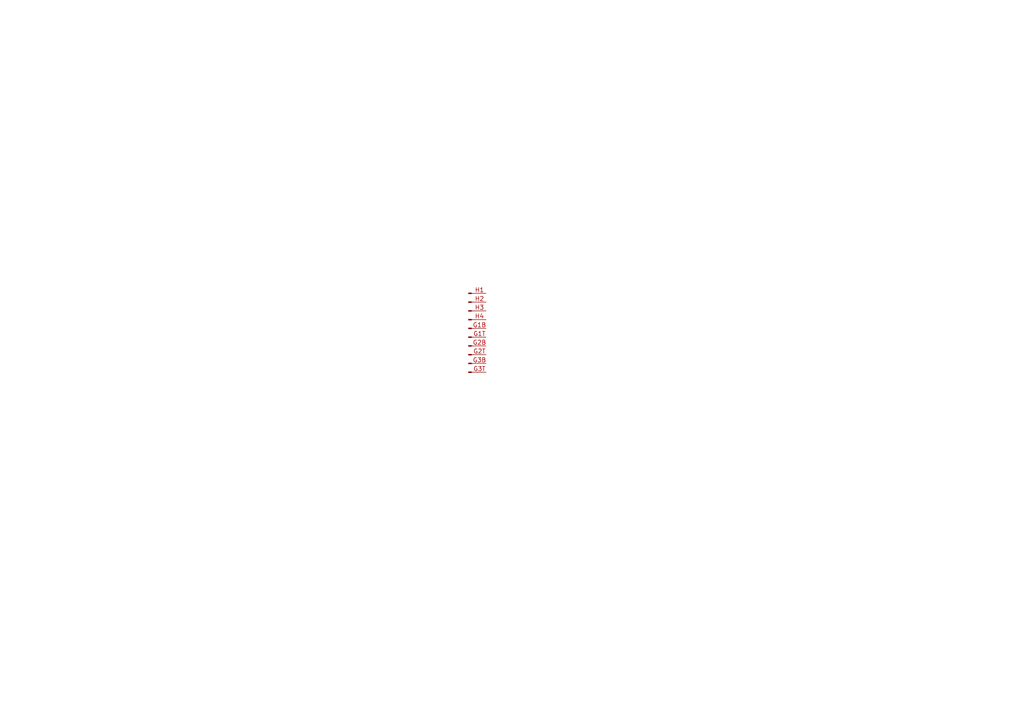
<source format=kicad_sch>
(kicad_sch (version 20231120) (generator "eeschema") (generator_version "8.0")
  (paper "A4")
  (lib_symbols
    (symbol "Connector:Conn_01x10_Pin" (pin_names (offset 1.016) hide)
      (symbol "Conn_01x10_Pin_1_1"
        (polyline (pts (xy 1.27 -12.7) (xy 0.8636 -12.7)) (stroke (width 0.1524)))
        (polyline (pts (xy 1.27 -10.16) (xy 0.8636 -10.16)) (stroke (width 0.1524)))
        (polyline (pts (xy 1.27 -7.62) (xy 0.8636 -7.62)) (stroke (width 0.1524)))
        (polyline (pts (xy 1.27 -5.08) (xy 0.8636 -5.08)) (stroke (width 0.1524)))
        (polyline (pts (xy 1.27 -2.54) (xy 0.8636 -2.54)) (stroke (width 0.1524)))
        (polyline (pts (xy 1.27 0) (xy 0.8636 0)) (stroke (width 0.1524)))
        (polyline (pts (xy 1.27 2.54) (xy 0.8636 2.54)) (stroke (width 0.1524)))
        (polyline (pts (xy 1.27 5.08) (xy 0.8636 5.08)) (stroke (width 0.1524)))
        (polyline (pts (xy 1.27 7.62) (xy 0.8636 7.62)) (stroke (width 0.1524)))
        (polyline (pts (xy 1.27 10.16) (xy 0.8636 10.16)) (stroke (width 0.1524)))
        (rectangle (start 0.8636 -12.573) (end 0 -12.827) (stroke (width 0.1524)) (fill (type outline)))
        (rectangle (start 0.8636 -10.033) (end 0 -10.287) (stroke (width 0.1524)) (fill (type outline)))
        (rectangle (start 0.8636 -7.493) (end 0 -7.747) (stroke (width 0.1524)) (fill (type outline)))
        (rectangle (start 0.8636 -4.953) (end 0 -5.207) (stroke (width 0.1524)) (fill (type outline)))
        (rectangle (start 0.8636 -2.413) (end 0 -2.667) (stroke (width 0.1524)) (fill (type outline)))
        (rectangle (start 0.8636 0.127) (end 0 -0.127) (stroke (width 0.1524)) (fill (type outline)))
        (rectangle (start 0.8636 2.667) (end 0 2.413) (stroke (width 0.1524)) (fill (type outline)))
        (rectangle (start 0.8636 5.207) (end 0 4.953) (stroke (width 0.1524)) (fill (type outline)))
        (rectangle (start 0.8636 7.747) (end 0 7.493) (stroke (width 0.1524)) (fill (type outline)))
        (rectangle (start 0.8636 10.287) (end 0 10.033) (stroke (width 0.1524)) (fill (type outline)))
        (pin passive line (at 5.08 0 180) (length 3.81) (name "G1B") (number "G1B"))
        (pin passive line (at 5.08 -2.54 180) (length 3.81) (name "G1T") (number "G1T"))
        (pin passive line (at 5.08 -5.08 180) (length 3.81) (name "G2B") (number "G2B"))
        (pin passive line (at 5.08 -7.62 180) (length 3.81) (name "G2T") (number "G2T"))
        (pin passive line (at 5.08 -10.16 180) (length 3.81) (name "G3B") (number "G3B"))
        (pin passive line (at 5.08 -12.7 180) (length 3.81) (name "G3T") (number "G3T"))
        (pin passive line (at 5.08 10.16 180) (length 3.81) (name "H1") (number "H1"))
        (pin passive line (at 5.08 7.62 180) (length 3.81) (name "H2") (number "H2"))
        (pin passive line (at 5.08 5.08 180) (length 3.81) (name "H3") (number "H3"))
        (pin passive line (at 5.08 2.54 180) (length 3.81) (name "H4") (number "H4"))
      )
    )
  )
  (symbol (lib_id "Connector:Conn_01x10_Pin") (at 135.89 95.25 0) (unit 1)
    (property "Reference" "J1" (effects (hide yes)))
    (property "Value" "Conn_01x10_Pin" (effects (hide yes)))
    (property "Footprint" "Clock:cable_sunshine" (effects (hide yes)))
    (property "Description" "Generic connector, single row, 01x10, script generated" (effects (hide yes)))
  )
)
</source>
